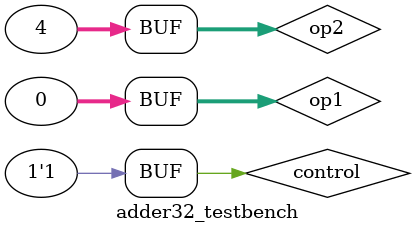
<source format=sv>
module adder32(op1, op2, control, Output, overflow, CarryOut);
	input [31:0] op1, op2;
	input control;
	output [31:0] Output;
	output overflow, CarryOut;
	
	wire [31:0] carryOuts;
	wire [31:0] notOp2;
	wire [31:0] selectedOp2;
	
	// compute the inversion of op2
	genvar j;
	generate
		for (j=0; j<32; j++) begin : eachNot
			not notNum (notOp2[j], op2[j]);
		end
	endgenerate 
	
	// Edge Case: LSB of adder has carry in of 0
	// Must also use a mux to decide whether in subtract or add mode
	mux2_1 mux1 (.out(selectedOp2[0]), .in({notOp2[0], op2[0]}), .sel(control));
	fullAdder adder (.A(op1[0]), .B(selectedOp2[0]), .Cin(control), .Cout(carryOuts[0]), .Out(Output[0]));
	
	genvar i;
	generate
		for(i=1; i<32; i++) begin : eachAdder
			mux2_1 muxNum (.out(selectedOp2[i]), .in({notOp2[i], op2[i]}), .sel(control));
			fullAdder adderNum (.A(op1[i]), .B(selectedOp2[i]), .Cin(carryOuts[i-1]), .Cout(carryOuts[i]), .Out(Output[i]));
		end
	endgenerate
	
	// compute overflow and carryout flags
	xor xor1 (overflow, carryOuts[31], carryOuts[30]);
	assign CarryOut = carryOuts[31];
endmodule 

module adder32_testbench();
	reg [31:0] op1, op2;
	reg control;
	wire [31:0] Output;
	wire overflow, CarryOut;
	parameter t = 10;
	
	adder32 adder (.op1, .op2, .control, .Output, .overflow, .CarryOut);
	
	initial begin
		// 0 + 1 = 1
		op1 = 32'h00000000;
		op2 = 32'h00000001;
		control = 0;
		#t;
		assert (Output == 1);
		
		// 1 + 1 = 2
		op1 = 32'h00000001;
		#t;
		
		// 1 - 1 = 0
		control = 1;
		#t;
		
		//8 - 1 = 7
		op1 = 32'h00000008;
		#t;
		
		// 8 - 4 = 4
		op2 = 32'h00000004;
		#t;
		
		// 8 + 4 = 12
		control = 0;
		#t;
		
		// 0 - 4 = -4
		op1 = 32'h00000000;
		control = 1;
		#t;
	end
endmodule 
</source>
